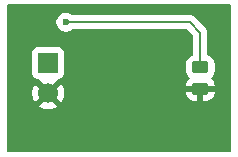
<source format=gbr>
%TF.GenerationSoftware,KiCad,Pcbnew,9.0.2*%
%TF.CreationDate,2025-06-05T19:52:50+05:30*%
%TF.ProjectId,Ohms law 2 layers,4f686d73-206c-4617-9720-32206c617965,rev?*%
%TF.SameCoordinates,Original*%
%TF.FileFunction,Copper,L2,Bot*%
%TF.FilePolarity,Positive*%
%FSLAX46Y46*%
G04 Gerber Fmt 4.6, Leading zero omitted, Abs format (unit mm)*
G04 Created by KiCad (PCBNEW 9.0.2) date 2025-06-05 19:52:50*
%MOMM*%
%LPD*%
G01*
G04 APERTURE LIST*
G04 Aperture macros list*
%AMRoundRect*
0 Rectangle with rounded corners*
0 $1 Rounding radius*
0 $2 $3 $4 $5 $6 $7 $8 $9 X,Y pos of 4 corners*
0 Add a 4 corners polygon primitive as box body*
4,1,4,$2,$3,$4,$5,$6,$7,$8,$9,$2,$3,0*
0 Add four circle primitives for the rounded corners*
1,1,$1+$1,$2,$3*
1,1,$1+$1,$4,$5*
1,1,$1+$1,$6,$7*
1,1,$1+$1,$8,$9*
0 Add four rect primitives between the rounded corners*
20,1,$1+$1,$2,$3,$4,$5,0*
20,1,$1+$1,$4,$5,$6,$7,0*
20,1,$1+$1,$6,$7,$8,$9,0*
20,1,$1+$1,$8,$9,$2,$3,0*%
G04 Aperture macros list end*
%TA.AperFunction,ComponentPad*%
%ADD10R,1.700000X1.700000*%
%TD*%
%TA.AperFunction,ComponentPad*%
%ADD11C,1.700000*%
%TD*%
%TA.AperFunction,SMDPad,CuDef*%
%ADD12RoundRect,0.250000X-0.450000X0.262500X-0.450000X-0.262500X0.450000X-0.262500X0.450000X0.262500X0*%
%TD*%
%TA.AperFunction,ViaPad*%
%ADD13C,0.600000*%
%TD*%
%TA.AperFunction,Conductor*%
%ADD14C,0.200000*%
%TD*%
G04 APERTURE END LIST*
D10*
%TO.P,V1,1*%
%TO.N,Net-(R1-Pad1)*%
X179000000Y-109960000D03*
D11*
%TO.P,V1,2*%
%TO.N,GND*%
X179000000Y-112500000D03*
%TD*%
D12*
%TO.P,R1,1*%
%TO.N,Net-(R1-Pad1)*%
X191885000Y-110322500D03*
%TO.P,R1,2*%
%TO.N,GND*%
X191885000Y-112147500D03*
%TD*%
D13*
%TO.N,GND*%
X191000000Y-115500000D03*
%TO.N,Net-(R1-Pad1)*%
X180500000Y-106500000D03*
%TD*%
D14*
%TO.N,GND*%
X191000000Y-115500000D02*
X191250000Y-115250000D01*
X191885000Y-114615000D02*
X191000000Y-115500000D01*
X191885000Y-112147500D02*
X191885000Y-114615000D01*
%TO.N,Net-(R1-Pad1)*%
X180500000Y-106500000D02*
X191000000Y-106500000D01*
X191000000Y-106500000D02*
X191885000Y-107385000D01*
X191885000Y-107385000D02*
X191885000Y-110322500D01*
%TD*%
%TA.AperFunction,Conductor*%
%TO.N,GND*%
G36*
X194442539Y-105020185D02*
G01*
X194488294Y-105072989D01*
X194499500Y-105124500D01*
X194499500Y-117375500D01*
X194479815Y-117442539D01*
X194427011Y-117488294D01*
X194375500Y-117499500D01*
X175624500Y-117499500D01*
X175557461Y-117479815D01*
X175511706Y-117427011D01*
X175500500Y-117375500D01*
X175500500Y-109062135D01*
X177649500Y-109062135D01*
X177649500Y-110857870D01*
X177649501Y-110857876D01*
X177655908Y-110917483D01*
X177706202Y-111052328D01*
X177706206Y-111052335D01*
X177792452Y-111167544D01*
X177792455Y-111167547D01*
X177907664Y-111253793D01*
X177907671Y-111253797D01*
X177952618Y-111270561D01*
X178042517Y-111304091D01*
X178102127Y-111310500D01*
X178112685Y-111310499D01*
X178179723Y-111330179D01*
X178200372Y-111346818D01*
X178870591Y-112017037D01*
X178807007Y-112034075D01*
X178692993Y-112099901D01*
X178599901Y-112192993D01*
X178534075Y-112307007D01*
X178517037Y-112370591D01*
X177884728Y-111738282D01*
X177884727Y-111738282D01*
X177845380Y-111792439D01*
X177748904Y-111981782D01*
X177683242Y-112183869D01*
X177683242Y-112183872D01*
X177650000Y-112393753D01*
X177650000Y-112606246D01*
X177683242Y-112816127D01*
X177683242Y-112816130D01*
X177748904Y-113018217D01*
X177845375Y-113207550D01*
X177884728Y-113261716D01*
X178517036Y-112629407D01*
X178534075Y-112692993D01*
X178599901Y-112807007D01*
X178692993Y-112900099D01*
X178807007Y-112965925D01*
X178870590Y-112982962D01*
X178238282Y-113615269D01*
X178238282Y-113615270D01*
X178292449Y-113654624D01*
X178481782Y-113751095D01*
X178683870Y-113816757D01*
X178893754Y-113850000D01*
X179106246Y-113850000D01*
X179316127Y-113816757D01*
X179316130Y-113816757D01*
X179518217Y-113751095D01*
X179707554Y-113654622D01*
X179761716Y-113615270D01*
X179761717Y-113615270D01*
X179129408Y-112982962D01*
X179192993Y-112965925D01*
X179307007Y-112900099D01*
X179400099Y-112807007D01*
X179465925Y-112692993D01*
X179482962Y-112629408D01*
X180115270Y-113261717D01*
X180115270Y-113261716D01*
X180154622Y-113207554D01*
X180251095Y-113018217D01*
X180316757Y-112816130D01*
X180316757Y-112816127D01*
X180350000Y-112606246D01*
X180350000Y-112459986D01*
X190685001Y-112459986D01*
X190695494Y-112562697D01*
X190750641Y-112729119D01*
X190750643Y-112729124D01*
X190842684Y-112878345D01*
X190966654Y-113002315D01*
X191115875Y-113094356D01*
X191115880Y-113094358D01*
X191282302Y-113149505D01*
X191282309Y-113149506D01*
X191385019Y-113159999D01*
X191634999Y-113159999D01*
X192135000Y-113159999D01*
X192384972Y-113159999D01*
X192384986Y-113159998D01*
X192487697Y-113149505D01*
X192654119Y-113094358D01*
X192654124Y-113094356D01*
X192803345Y-113002315D01*
X192927315Y-112878345D01*
X193019356Y-112729124D01*
X193019358Y-112729119D01*
X193074505Y-112562697D01*
X193074506Y-112562690D01*
X193084999Y-112459986D01*
X193085000Y-112459973D01*
X193085000Y-112397500D01*
X192135000Y-112397500D01*
X192135000Y-113159999D01*
X191634999Y-113159999D01*
X191635000Y-113159998D01*
X191635000Y-112397500D01*
X190685001Y-112397500D01*
X190685001Y-112459986D01*
X180350000Y-112459986D01*
X180350000Y-112393758D01*
X180345530Y-112365535D01*
X180345530Y-112365532D01*
X180316757Y-112183872D01*
X180316757Y-112183869D01*
X180251095Y-111981782D01*
X180154624Y-111792449D01*
X180115270Y-111738282D01*
X180115269Y-111738282D01*
X179482962Y-112370590D01*
X179465925Y-112307007D01*
X179400099Y-112192993D01*
X179307007Y-112099901D01*
X179192993Y-112034075D01*
X179129409Y-112017037D01*
X179799627Y-111346818D01*
X179860950Y-111313333D01*
X179887307Y-111310499D01*
X179897872Y-111310499D01*
X179957483Y-111304091D01*
X180092331Y-111253796D01*
X180207546Y-111167546D01*
X180293796Y-111052331D01*
X180344091Y-110917483D01*
X180350500Y-110857873D01*
X180350499Y-109062128D01*
X180344091Y-109002517D01*
X180293796Y-108867669D01*
X180293795Y-108867668D01*
X180293793Y-108867664D01*
X180207547Y-108752455D01*
X180207544Y-108752452D01*
X180092335Y-108666206D01*
X180092328Y-108666202D01*
X179957482Y-108615908D01*
X179957483Y-108615908D01*
X179897883Y-108609501D01*
X179897881Y-108609500D01*
X179897873Y-108609500D01*
X179897864Y-108609500D01*
X178102129Y-108609500D01*
X178102123Y-108609501D01*
X178042516Y-108615908D01*
X177907671Y-108666202D01*
X177907664Y-108666206D01*
X177792455Y-108752452D01*
X177792452Y-108752455D01*
X177706206Y-108867664D01*
X177706202Y-108867671D01*
X177655908Y-109002517D01*
X177649501Y-109062116D01*
X177649501Y-109062123D01*
X177649500Y-109062135D01*
X175500500Y-109062135D01*
X175500500Y-106421153D01*
X179699500Y-106421153D01*
X179699500Y-106578846D01*
X179730261Y-106733489D01*
X179730264Y-106733501D01*
X179790602Y-106879172D01*
X179790609Y-106879185D01*
X179878210Y-107010288D01*
X179878213Y-107010292D01*
X179989707Y-107121786D01*
X179989711Y-107121789D01*
X180120814Y-107209390D01*
X180120827Y-107209397D01*
X180266498Y-107269735D01*
X180266503Y-107269737D01*
X180421153Y-107300499D01*
X180421156Y-107300500D01*
X180421158Y-107300500D01*
X180578844Y-107300500D01*
X180578845Y-107300499D01*
X180733497Y-107269737D01*
X180879179Y-107209394D01*
X180963260Y-107153213D01*
X181010875Y-107121398D01*
X181077553Y-107100520D01*
X181079766Y-107100500D01*
X190699903Y-107100500D01*
X190766942Y-107120185D01*
X190787584Y-107136819D01*
X191248181Y-107597416D01*
X191281666Y-107658739D01*
X191284500Y-107685097D01*
X191284500Y-109229699D01*
X191264815Y-109296738D01*
X191212011Y-109342493D01*
X191199507Y-109347403D01*
X191166962Y-109358188D01*
X191115668Y-109375185D01*
X191115663Y-109375187D01*
X190966342Y-109467289D01*
X190842289Y-109591342D01*
X190750187Y-109740663D01*
X190750186Y-109740666D01*
X190695001Y-109907203D01*
X190695001Y-109907204D01*
X190695000Y-109907204D01*
X190684500Y-110009983D01*
X190684500Y-110635001D01*
X190684501Y-110635019D01*
X190695000Y-110737796D01*
X190695001Y-110737799D01*
X190750185Y-110904331D01*
X190750186Y-110904334D01*
X190841473Y-111052335D01*
X190842289Y-111053657D01*
X190936304Y-111147672D01*
X190969789Y-111208995D01*
X190964805Y-111278687D01*
X190936305Y-111323034D01*
X190842682Y-111416657D01*
X190750643Y-111565875D01*
X190750641Y-111565880D01*
X190695494Y-111732302D01*
X190695493Y-111732309D01*
X190685000Y-111835013D01*
X190685000Y-111897500D01*
X193084999Y-111897500D01*
X193084999Y-111835028D01*
X193084998Y-111835013D01*
X193074505Y-111732302D01*
X193019358Y-111565880D01*
X193019356Y-111565875D01*
X192927315Y-111416654D01*
X192833695Y-111323034D01*
X192800210Y-111261711D01*
X192805194Y-111192019D01*
X192833691Y-111147676D01*
X192927712Y-111053656D01*
X193019814Y-110904334D01*
X193074999Y-110737797D01*
X193085500Y-110635009D01*
X193085499Y-110009992D01*
X193074999Y-109907203D01*
X193019814Y-109740666D01*
X192927712Y-109591344D01*
X192803656Y-109467288D01*
X192654334Y-109375186D01*
X192570495Y-109347404D01*
X192513051Y-109307632D01*
X192486228Y-109243116D01*
X192485500Y-109229699D01*
X192485500Y-107474059D01*
X192485501Y-107474046D01*
X192485501Y-107305945D01*
X192485501Y-107305943D01*
X192444577Y-107153215D01*
X192400265Y-107076465D01*
X192365520Y-107016284D01*
X192253716Y-106904480D01*
X192249385Y-106900149D01*
X192249374Y-106900139D01*
X191487590Y-106138355D01*
X191487588Y-106138352D01*
X191368717Y-106019481D01*
X191368716Y-106019480D01*
X191281904Y-105969360D01*
X191281904Y-105969359D01*
X191281900Y-105969358D01*
X191231785Y-105940423D01*
X191079057Y-105899499D01*
X190920943Y-105899499D01*
X190913347Y-105899499D01*
X190913331Y-105899500D01*
X181079766Y-105899500D01*
X181012727Y-105879815D01*
X181010875Y-105878602D01*
X180879185Y-105790609D01*
X180879172Y-105790602D01*
X180733501Y-105730264D01*
X180733489Y-105730261D01*
X180578845Y-105699500D01*
X180578842Y-105699500D01*
X180421158Y-105699500D01*
X180421155Y-105699500D01*
X180266510Y-105730261D01*
X180266498Y-105730264D01*
X180120827Y-105790602D01*
X180120814Y-105790609D01*
X179989711Y-105878210D01*
X179989707Y-105878213D01*
X179878213Y-105989707D01*
X179878210Y-105989711D01*
X179790609Y-106120814D01*
X179790602Y-106120827D01*
X179730264Y-106266498D01*
X179730261Y-106266510D01*
X179699500Y-106421153D01*
X175500500Y-106421153D01*
X175500500Y-105124500D01*
X175520185Y-105057461D01*
X175572989Y-105011706D01*
X175624500Y-105000500D01*
X194375500Y-105000500D01*
X194442539Y-105020185D01*
G37*
%TD.AperFunction*%
%TD*%
M02*

</source>
